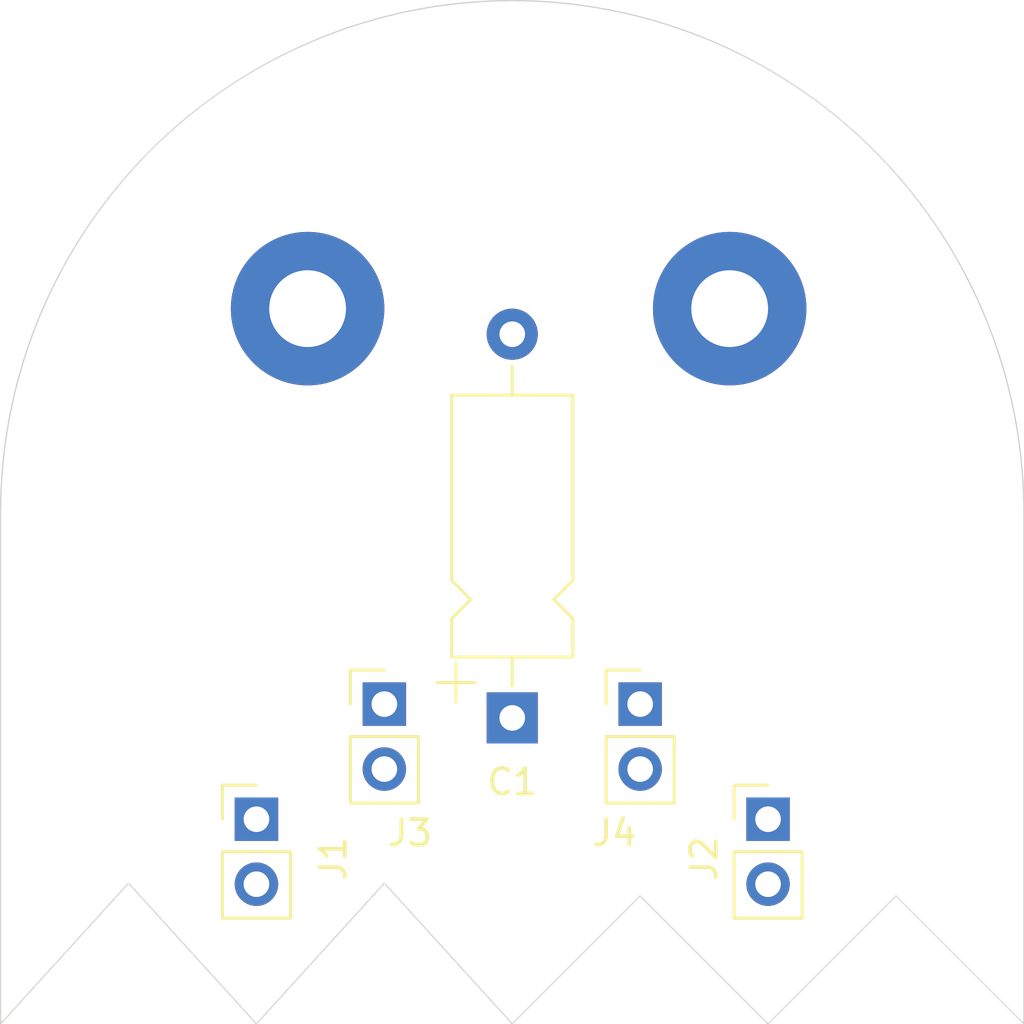
<source format=kicad_pcb>
(kicad_pcb (version 20240108) (generator "pcbnew") (generator_version "8.0")
  (layers (0 "F.Cu" signal) (31 "B.Cu" signal) (34 "B.Paste" user) (35 "F.Paste" user) (36 "B.SilkS" user "B.Silkscreen") (37 "F.SilkS" user "F.Silkscreen") (38 "B.Mask" user) (39 "F.Mask" user) (44 "Edge.Cuts" user))
  (net 0 "")
  (footprint "MountingHole:MountingHole_3mm_Pad" (layer "F.Cu") (at 83.5 42.04)
    (property "Reference" "REF**" (hide yes))
    (property "Value" "MountingHole_3mm_Pad" (hide yes))
    (pad "1" thru_hole circle (at 0 0) (size 6 6) (drill 3) (layers "*.Cu" "*.Mask"))
  )
  (footprint "Connector_PinHeader_2.54mm:PinHeader_1x02_P2.54mm_Vertical" (layer "F.Cu") (at 65 62)
    (property "Reference" "J1" (at 3 1.54 90) (layer "F.SilkS"))
    (property "Value" "Conn_01x02_Pin" (hide yes))
    (fp_line (start -1.33 -1.33) (end 0 -1.33) (stroke (width 0.12)) (layer "F.SilkS"))
    (fp_line (start -1.33 0) (end -1.33 -1.33) (stroke (width 0.12)) (layer "F.SilkS"))
    (fp_line (start -1.33 1.27) (end -1.33 3.87) (stroke (width 0.12)) (layer "F.SilkS"))
    (fp_line (start -1.33 1.27) (end 1.33 1.27) (stroke (width 0.12)) (layer "F.SilkS"))
    (fp_line (start -1.33 3.87) (end 1.33 3.87) (stroke (width 0.12)) (layer "F.SilkS"))
    (fp_line (start 1.33 1.27) (end 1.33 3.87) (stroke (width 0.12)) (layer "F.SilkS"))
    (pad "1" thru_hole rect (at 0 0) (size 1.7 1.7) (drill 1) (layers "*.Cu" "*.Mask"))
    (pad "2" thru_hole oval (at 0 2.54) (size 1.7 1.7) (drill 1) (layers "*.Cu" "*.Mask"))
  )
  (footprint "Capacitor_THT:CP_Axial_L10.0mm_D4.5mm_P15.00mm_Horizontal" (layer "F.Cu") (at 75 58.04 90)
    (property "Reference" "C1" (at -2.5 0 180) (layer "F.SilkS"))
    (property "Value" "C_Polarized" (hide yes))
    (fp_line (start 1.38 -2.95) (end 1.38 -1.45) (stroke (width 0.12)) (layer "F.SilkS"))
    (fp_line (start 12.62 -2.37) (end 12.62 2.37) (stroke (width 0.12)) (layer "F.SilkS"))
    (fp_line (start 5.38 -2.37) (end 12.62 -2.37) (stroke (width 0.12)) (layer "F.SilkS"))
    (fp_line (start 3.88 -2.37) (end 4.63 -1.62) (stroke (width 0.12)) (layer "F.SilkS"))
    (fp_line (start 2.38 -2.37) (end 3.88 -2.37) (stroke (width 0.12)) (layer "F.SilkS"))
    (fp_line (start 2.38 -2.37) (end 2.38 2.37) (stroke (width 0.12)) (layer "F.SilkS"))
    (fp_line (start 0.63 -2.2) (end 2.13 -2.2) (stroke (width 0.12)) (layer "F.SilkS"))
    (fp_line (start 4.63 -1.62) (end 5.38 -2.37) (stroke (width 0.12)) (layer "F.SilkS"))
    (fp_line (start 13.76 0) (end 12.62 0) (stroke (width 0.12)) (layer "F.SilkS"))
    (fp_line (start 1.24 0) (end 2.38 0) (stroke (width 0.12)) (layer "F.SilkS"))
    (fp_line (start 4.63 1.62) (end 5.38 2.37) (stroke (width 0.12)) (layer "F.SilkS"))
    (fp_line (start 5.38 2.37) (end 12.62 2.37) (stroke (width 0.12)) (layer "F.SilkS"))
    (fp_line (start 3.88 2.37) (end 4.63 1.62) (stroke (width 0.12)) (layer "F.SilkS"))
    (fp_line (start 2.38 2.37) (end 3.88 2.37) (stroke (width 0.12)) (layer "F.SilkS"))
    (pad "1" thru_hole rect (at 0 0 90) (size 2 2) (drill 1) (layers "*.Cu" "*.Mask"))
    (pad "2" thru_hole oval (at 15 0 90) (size 2 2) (drill 1) (layers "*.Cu" "*.Mask"))
  )
  (footprint "Connector_PinHeader_2.54mm:PinHeader_1x02_P2.54mm_Vertical" (layer "F.Cu") (at 70 57.5)
    (property "Reference" "J3" (at 1 5.04 0) (layer "F.SilkS"))
    (property "Value" "Conn_01x02_Pin" (hide yes))
    (fp_line (start -1.33 -1.33) (end 0 -1.33) (stroke (width 0.12)) (layer "F.SilkS"))
    (fp_line (start -1.33 0) (end -1.33 -1.33) (stroke (width 0.12)) (layer "F.SilkS"))
    (fp_line (start -1.33 1.27) (end -1.33 3.87) (stroke (width 0.12)) (layer "F.SilkS"))
    (fp_line (start -1.33 1.27) (end 1.33 1.27) (stroke (width 0.12)) (layer "F.SilkS"))
    (fp_line (start -1.33 3.87) (end 1.33 3.87) (stroke (width 0.12)) (layer "F.SilkS"))
    (fp_line (start 1.33 1.27) (end 1.33 3.87) (stroke (width 0.12)) (layer "F.SilkS"))
    (pad "1" thru_hole rect (at 0 0) (size 1.7 1.7) (drill 1) (layers "*.Cu" "*.Mask"))
    (pad "2" thru_hole oval (at 0 2.54) (size 1.7 1.7) (drill 1) (layers "*.Cu" "*.Mask"))
  )
  (footprint "Connector_PinHeader_2.54mm:PinHeader_1x02_P2.54mm_Vertical" (layer "F.Cu") (at 80 57.5)
    (property "Reference" "J4" (at -1 5.04 0) (layer "F.SilkS"))
    (property "Value" "Conn_01x02_Pin" (hide yes))
    (fp_line (start -1.33 -1.33) (end 0 -1.33) (stroke (width 0.12)) (layer "F.SilkS"))
    (fp_line (start -1.33 0) (end -1.33 -1.33) (stroke (width 0.12)) (layer "F.SilkS"))
    (fp_line (start -1.33 1.27) (end -1.33 3.87) (stroke (width 0.12)) (layer "F.SilkS"))
    (fp_line (start -1.33 1.27) (end 1.33 1.27) (stroke (width 0.12)) (layer "F.SilkS"))
    (fp_line (start -1.33 3.87) (end 1.33 3.87) (stroke (width 0.12)) (layer "F.SilkS"))
    (fp_line (start 1.33 1.27) (end 1.33 3.87) (stroke (width 0.12)) (layer "F.SilkS"))
    (pad "1" thru_hole rect (at 0 0) (size 1.7 1.7) (drill 1) (layers "*.Cu" "*.Mask"))
    (pad "2" thru_hole oval (at 0 2.54) (size 1.7 1.7) (drill 1) (layers "*.Cu" "*.Mask"))
  )
  (footprint "Connector_PinHeader_2.54mm:PinHeader_1x02_P2.54mm_Vertical" (layer "F.Cu") (at 85 62)
    (property "Reference" "J2" (at -2.5 1.54 90) (layer "F.SilkS"))
    (property "Value" "Conn_01x02_Pin" (hide yes))
    (fp_line (start -1.33 -1.33) (end 0 -1.33) (stroke (width 0.12)) (layer "F.SilkS"))
    (fp_line (start -1.33 0) (end -1.33 -1.33) (stroke (width 0.12)) (layer "F.SilkS"))
    (fp_line (start -1.33 1.27) (end -1.33 3.87) (stroke (width 0.12)) (layer "F.SilkS"))
    (fp_line (start -1.33 1.27) (end 1.33 1.27) (stroke (width 0.12)) (layer "F.SilkS"))
    (fp_line (start -1.33 3.87) (end 1.33 3.87) (stroke (width 0.12)) (layer "F.SilkS"))
    (fp_line (start 1.33 1.27) (end 1.33 3.87) (stroke (width 0.12)) (layer "F.SilkS"))
    (pad "1" thru_hole rect (at 0 0) (size 1.7 1.7) (drill 1) (layers "*.Cu" "*.Mask"))
    (pad "2" thru_hole oval (at 0 2.54) (size 1.7 1.7) (drill 1) (layers "*.Cu" "*.Mask"))
  )
  (footprint "MountingHole:MountingHole_3mm_Pad" (layer "F.Cu") (at 67 42.04)
    (property "Reference" "REF**" (hide yes))
    (property "Value" "MountingHole_3mm_Pad" (hide yes))
    (pad "1" thru_hole circle (at 0 0) (size 6 6) (drill 3) (layers "*.Cu" "*.Mask"))
  )
  (gr_line (start 85 70) (end 90 65) (stroke (width 0.05)) (layer "Edge.Cuts"))
  (gr_line (start 75 70) (end 80 65) (stroke (width 0.05)) (layer "Edge.Cuts"))
  (gr_line (start 55 70) (end 60 64.5) (stroke (width 0.05)) (layer "Edge.Cuts"))
  (gr_line (start 70 64.5) (end 75 70) (stroke (width 0.05)) (layer "Edge.Cuts"))
  (gr_line (start 95 50) (end 95 70) (stroke (width 0.05)) (layer "Edge.Cuts"))
  (gr_line (start 90 65) (end 95 70) (stroke (width 0.05)) (layer "Edge.Cuts"))
  (gr_arc (start 55 50) (mid 75 30) (end 95 50) (stroke (width 0.05)) (layer "Edge.Cuts"))
  (gr_line (start 80 65) (end 85 70) (stroke (width 0.05)) (layer "Edge.Cuts"))
  (gr_line (start 65 70) (end 70 64.5) (stroke (width 0.05)) (layer "Edge.Cuts"))
  (gr_line (start 60 64.5) (end 65 70) (stroke (width 0.05)) (layer "Edge.Cuts"))
  (gr_line (start 55 70) (end 55 50) (stroke (width 0.05)) (layer "Edge.Cuts"))
)
</source>
